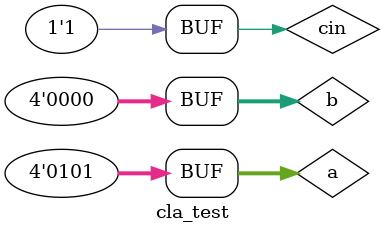
<source format=v>
module cla_test;

  reg [3:0] a;
  reg [3:0] b;
  reg cin;


  wire [3:0] sum;
  wire cout;


  CLA_adder cl_ad (a, b, cin, cout, sum);


  initial 
  begin
    $monitor("Test : %d + %d + %d = %d (carry out), %d (sum)", a, b, cin, cout, sum);
    a = 2;
    b = 4;
    cin = 0;
    #100;
    a = 6;
    b = 4;
    cin = 0;
    #100;
    a = 5;
    b = 0;
    cin = 1;
    #200;
  end
endmodule

</source>
